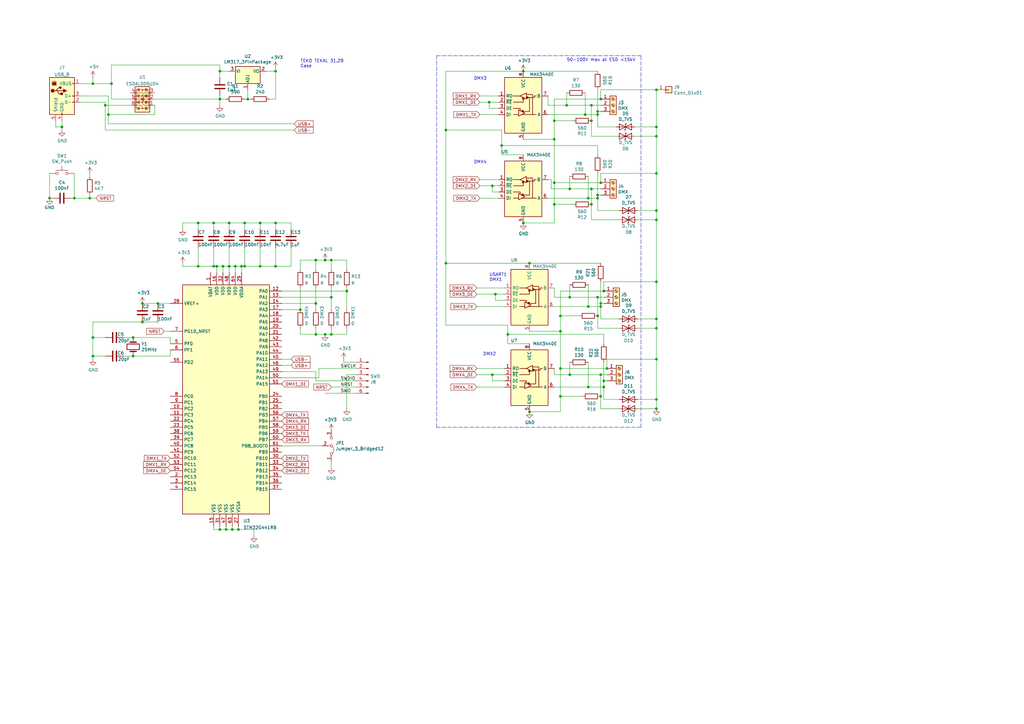
<source format=kicad_sch>
(kicad_sch (version 20211123) (generator eeschema)
  (paper "A3")
  (junction (at 246.38 40.64))
  (junction (at 242.57 83.82))
  (junction (at 229.87 135.89))
  (junction (at 245.11 45.72))
  (junction (at 242.57 43.18))
  (junction (at 38.1 138.43))
  (junction (at 95.25 217.17))
  (junction (at 227.33 49.53))
  (junction (at 247.65 158.75))
  (junction (at 45.72 34.29))
  (junction (at 247.65 156.21))
  (junction (at 90.17 29.21))
  (junction (at 246.38 153.67))
  (junction (at 245.11 81.28))
  (junction (at 269.24 71.12))
  (junction (at 93.98 109.22))
  (junction (at 241.3 158.75))
  (junction (at 96.52 109.22))
  (junction (at 142.24 119.38))
  (junction (at 269.24 90.17))
  (junction (at 64.77 124.46))
  (junction (at 242.57 49.53))
  (junction (at 245.11 121.92))
  (junction (at 203.2 120.65))
  (junction (at 241.3 125.73))
  (junction (at 214.63 91.44))
  (junction (at 106.68 109.22))
  (junction (at 269.24 36.83))
  (junction (at 241.3 81.28))
  (junction (at 30.48 81.28))
  (junction (at 38.1 146.05))
  (junction (at 233.68 77.47))
  (junction (at 129.54 124.46))
  (junction (at 113.03 91.44))
  (junction (at 182.88 107.95))
  (junction (at 229.87 151.13))
  (junction (at 113.03 109.22))
  (junction (at 135.89 137.16))
  (junction (at 227.33 83.82))
  (junction (at 269.24 147.32))
  (junction (at 93.98 91.44))
  (junction (at 87.63 91.44))
  (junction (at 227.33 74.93))
  (junction (at 269.24 55.88))
  (junction (at 245.11 46.99))
  (junction (at 269.24 163.83))
  (junction (at 92.71 217.17))
  (junction (at 133.35 137.16))
  (junction (at 123.19 127))
  (junction (at 201.93 153.67))
  (junction (at 229.87 129.54))
  (junction (at 81.28 109.22))
  (junction (at 200.66 41.91))
  (junction (at 97.79 217.17))
  (junction (at 248.92 151.13))
  (junction (at 20.32 81.28))
  (junction (at 58.42 132.08))
  (junction (at 269.24 86.36))
  (junction (at 269.24 167.64))
  (junction (at 99.06 109.22))
  (junction (at 113.03 29.21))
  (junction (at 205.74 59.69))
  (junction (at 240.03 46.99))
  (junction (at 91.44 109.22))
  (junction (at 81.28 91.44))
  (junction (at 182.88 53.34))
  (junction (at 201.93 76.2))
  (junction (at 90.17 40.64))
  (junction (at 269.24 115.57))
  (junction (at 54.61 146.05))
  (junction (at 246.38 74.93))
  (junction (at 246.38 162.56))
  (junction (at 217.17 168.91))
  (junction (at 100.33 109.22))
  (junction (at 129.54 106.68))
  (junction (at 135.89 121.92))
  (junction (at 88.9 109.22))
  (junction (at 133.35 106.68))
  (junction (at 229.87 162.56))
  (junction (at 233.68 153.67))
  (junction (at 54.61 138.43))
  (junction (at 233.68 121.92))
  (junction (at 227.33 57.15))
  (junction (at 232.41 43.18))
  (junction (at 101.6 40.64))
  (junction (at 208.28 137.16))
  (junction (at 90.17 217.17))
  (junction (at 217.17 107.95))
  (junction (at 44.45 46.99))
  (junction (at 100.33 91.44))
  (junction (at 36.83 81.28))
  (junction (at 246.38 125.73))
  (junction (at 38.1 34.29))
  (junction (at 245.11 80.01))
  (junction (at 245.11 129.54))
  (junction (at 269.24 130.81))
  (junction (at 135.89 106.68))
  (junction (at 106.68 91.44))
  (junction (at 58.42 124.46))
  (junction (at 25.4 52.07))
  (junction (at 247.65 119.38))
  (junction (at 269.24 52.07))
  (junction (at 214.63 29.21))
  (junction (at 43.18 43.18))
  (junction (at 87.63 109.22))
  (junction (at 269.24 134.62))
  (junction (at 129.54 137.16))
  (junction (at 242.57 77.47))
  (junction (at 246.38 124.46))
  (wire (pts (xy 196.85 73.66) (xy 204.47 73.66)))
  (wire (pts (xy 135.89 189.23) (xy 135.89 191.77)))
  (wire (pts (xy 245.11 86.36) (xy 245.11 81.28)))
  (wire (pts (xy 247.65 119.38) (xy 247.65 115.57)))
  (wire (pts (xy 261.62 167.64) (xy 269.24 167.64)))
  (wire (pts (xy 246.38 43.18) (xy 242.57 43.18)))
  (wire (pts (xy 196.85 41.91) (xy 200.66 41.91)))
  (wire (pts (xy 113.03 40.64) (xy 113.03 29.21)))
  (wire (pts (xy 245.11 46.99) (xy 245.11 45.72)))
  (wire (pts (xy 229.87 129.54) (xy 229.87 135.89)))
  (wire (pts (xy 43.18 138.43) (xy 38.1 138.43)))
  (wire (pts (xy 106.68 109.22) (xy 100.33 109.22)))
  (wire (pts (xy 93.98 109.22) (xy 96.52 109.22)))
  (wire (pts (xy 233.68 72.39) (xy 233.68 77.47)))
  (wire (pts (xy 96.52 109.22) (xy 96.52 111.76)))
  (wire (pts (xy 229.87 151.13) (xy 248.92 151.13)))
  (wire (pts (xy 260.35 52.07) (xy 269.24 52.07)))
  (wire (pts (xy 227.33 74.93) (xy 227.33 57.15)))
  (wire (pts (xy 146.05 158.75) (xy 135.89 158.75)))
  (wire (pts (xy 38.1 138.43) (xy 38.1 146.05)))
  (wire (pts (xy 205.74 59.69) (xy 245.11 59.69)))
  (wire (pts (xy 119.38 91.44) (xy 119.38 93.98)))
  (wire (pts (xy 146.05 148.59) (xy 140.97 148.59)))
  (wire (pts (xy 43.18 43.18) (xy 43.18 53.34)))
  (wire (pts (xy 135.89 137.16) (xy 133.35 137.16)))
  (wire (pts (xy 54.61 146.05) (xy 50.8 146.05)))
  (wire (pts (xy 233.68 116.84) (xy 233.68 121.92)))
  (wire (pts (xy 242.57 49.53) (xy 242.57 43.18)))
  (wire (pts (xy 227.33 121.92) (xy 227.33 118.11)))
  (wire (pts (xy 245.11 36.83) (xy 245.11 45.72)))
  (wire (pts (xy 100.33 109.22) (xy 99.06 109.22)))
  (wire (pts (xy 81.28 101.6) (xy 81.28 109.22)))
  (wire (pts (xy 123.19 118.11) (xy 123.19 127)))
  (wire (pts (xy 261.62 86.36) (xy 269.24 86.36)))
  (wire (pts (xy 269.24 86.36) (xy 269.24 90.17)))
  (wire (pts (xy 63.5 40.64) (xy 90.17 40.64)))
  (wire (pts (xy 135.89 110.49) (xy 135.89 106.68)))
  (wire (pts (xy 100.33 101.6) (xy 100.33 109.22)))
  (wire (pts (xy 246.38 71.12) (xy 246.38 74.93)))
  (wire (pts (xy 195.58 158.75) (xy 207.01 158.75)))
  (wire (pts (xy 115.57 127) (xy 123.19 127)))
  (wire (pts (xy 242.57 77.47) (xy 233.68 77.47)))
  (wire (pts (xy 247.65 163.83) (xy 247.65 158.75)))
  (wire (pts (xy 200.66 44.45) (xy 200.66 41.91)))
  (wire (pts (xy 115.57 124.46) (xy 129.54 124.46)))
  (wire (pts (xy 245.11 134.62) (xy 245.11 129.54)))
  (wire (pts (xy 245.11 59.69) (xy 245.11 63.5)))
  (wire (pts (xy 195.58 151.13) (xy 207.01 151.13)))
  (wire (pts (xy 203.2 123.19) (xy 203.2 120.65)))
  (wire (pts (xy 123.19 110.49) (xy 123.19 106.68)))
  (wire (pts (xy 129.54 118.11) (xy 129.54 124.46)))
  (wire (pts (xy 104.14 217.17) (xy 97.79 217.17)))
  (wire (pts (xy 69.85 143.51) (xy 69.85 146.05)))
  (wire (pts (xy 269.24 52.07) (xy 269.24 55.88)))
  (wire (pts (xy 81.28 91.44) (xy 87.63 91.44)))
  (wire (pts (xy 245.11 121.92) (xy 233.68 121.92)))
  (wire (pts (xy 81.28 91.44) (xy 81.28 93.98)))
  (wire (pts (xy 227.33 74.93) (xy 246.38 74.93)))
  (wire (pts (xy 208.28 137.16) (xy 208.28 133.35)))
  (wire (pts (xy 38.1 31.75) (xy 38.1 34.29)))
  (wire (pts (xy 25.4 49.53) (xy 25.4 52.07)))
  (wire (pts (xy 67.31 135.89) (xy 69.85 135.89)))
  (wire (pts (xy 245.11 52.07) (xy 245.11 46.99)))
  (wire (pts (xy 64.77 124.46) (xy 69.85 124.46)))
  (wire (pts (xy 146.05 161.29) (xy 133.35 161.29)))
  (wire (pts (xy 113.03 109.22) (xy 106.68 109.22)))
  (wire (pts (xy 115.57 154.94) (xy 130.81 154.94)))
  (wire (pts (xy 246.38 36.83) (xy 269.24 36.83)))
  (wire (pts (xy 229.87 151.13) (xy 229.87 135.89)))
  (wire (pts (xy 130.81 154.94) (xy 130.81 151.13)))
  (wire (pts (xy 93.98 91.44) (xy 93.98 93.98)))
  (wire (pts (xy 25.4 52.07) (xy 22.86 52.07)))
  (wire (pts (xy 254 134.62) (xy 245.11 134.62)))
  (wire (pts (xy 44.45 46.99) (xy 63.5 46.99)))
  (wire (pts (xy 90.17 29.21) (xy 93.98 29.21)))
  (wire (pts (xy 129.54 134.62) (xy 129.54 137.16)))
  (wire (pts (xy 64.77 132.08) (xy 58.42 132.08)))
  (wire (pts (xy 196.85 46.99) (xy 204.47 46.99)))
  (wire (pts (xy 269.24 134.62) (xy 269.24 147.32)))
  (wire (pts (xy 241.3 158.75) (xy 247.65 158.75)))
  (wire (pts (xy 227.33 49.53) (xy 227.33 57.15)))
  (wire (pts (xy 99.06 109.22) (xy 99.06 111.76)))
  (wire (pts (xy 87.63 109.22) (xy 88.9 109.22)))
  (wire (pts (xy 101.6 40.64) (xy 102.87 40.64)))
  (wire (pts (xy 119.38 109.22) (xy 113.03 109.22)))
  (wire (pts (xy 269.24 55.88) (xy 269.24 71.12)))
  (wire (pts (xy 142.24 118.11) (xy 142.24 119.38)))
  (wire (pts (xy 87.63 91.44) (xy 87.63 93.98)))
  (wire (pts (xy 252.73 52.07) (xy 245.11 52.07)))
  (wire (pts (xy 115.57 119.38) (xy 142.24 119.38)))
  (wire (pts (xy 204.47 78.74) (xy 201.93 78.74)))
  (wire (pts (xy 142.24 106.68) (xy 142.24 110.49)))
  (wire (pts (xy 113.03 91.44) (xy 119.38 91.44)))
  (wire (pts (xy 101.6 40.64) (xy 100.33 40.64)))
  (wire (pts (xy 227.33 40.64) (xy 227.33 49.53)))
  (wire (pts (xy 254 86.36) (xy 245.11 86.36)))
  (wire (pts (xy 233.68 121.92) (xy 227.33 121.92)))
  (wire (pts (xy 182.88 29.21) (xy 182.88 53.34)))
  (wire (pts (xy 135.89 118.11) (xy 135.89 121.92)))
  (wire (pts (xy 227.33 158.75) (xy 241.3 158.75)))
  (wire (pts (xy 201.93 78.74) (xy 201.93 76.2)))
  (wire (pts (xy 30.48 81.28) (xy 29.21 81.28)))
  (wire (pts (xy 129.54 137.16) (xy 133.35 137.16)))
  (wire (pts (xy 217.17 168.91) (xy 229.87 168.91)))
  (wire (pts (xy 135.89 106.68) (xy 133.35 106.68)))
  (wire (pts (xy 208.28 133.35) (xy 182.88 133.35)))
  (wire (pts (xy 246.38 71.12) (xy 269.24 71.12)))
  (wire (pts (xy 233.68 77.47) (xy 226.06 77.47)))
  (wire (pts (xy 90.17 26.67) (xy 90.17 29.21)))
  (wire (pts (xy 248.92 153.67) (xy 246.38 153.67)))
  (wire (pts (xy 196.85 39.37) (xy 204.47 39.37)))
  (polyline (pts (xy 179.07 22.86) (xy 262.89 22.86)))
  (wire (pts (xy 100.33 91.44) (xy 100.33 93.98)))
  (wire (pts (xy 214.63 63.5) (xy 205.74 63.5)))
  (wire (pts (xy 25.4 52.07) (xy 25.4 53.34)))
  (wire (pts (xy 38.1 132.08) (xy 38.1 138.43)))
  (wire (pts (xy 123.19 106.68) (xy 129.54 106.68)))
  (wire (pts (xy 246.38 115.57) (xy 246.38 124.46)))
  (wire (pts (xy 182.88 53.34) (xy 182.88 107.95)))
  (wire (pts (xy 248.92 147.32) (xy 248.92 151.13)))
  (wire (pts (xy 182.88 107.95) (xy 182.88 133.35)))
  (wire (pts (xy 242.57 90.17) (xy 242.57 83.82)))
  (wire (pts (xy 135.89 134.62) (xy 135.89 137.16)))
  (wire (pts (xy 224.79 43.18) (xy 224.79 39.37)))
  (wire (pts (xy 205.74 63.5) (xy 205.74 59.69)))
  (wire (pts (xy 269.24 71.12) (xy 269.24 86.36)))
  (wire (pts (xy 87.63 91.44) (xy 93.98 91.44)))
  (wire (pts (xy 252.73 55.88) (xy 242.57 55.88)))
  (wire (pts (xy 90.17 43.18) (xy 90.17 40.64)))
  (wire (pts (xy 241.3 81.28) (xy 245.11 81.28)))
  (wire (pts (xy 269.24 147.32) (xy 269.24 163.83)))
  (wire (pts (xy 30.48 81.28) (xy 36.83 81.28)))
  (wire (pts (xy 87.63 101.6) (xy 87.63 109.22)))
  (wire (pts (xy 88.9 109.22) (xy 91.44 109.22)))
  (wire (pts (xy 214.63 57.15) (xy 227.33 57.15)))
  (polyline (pts (xy 262.89 22.86) (xy 262.89 175.26)))
  (wire (pts (xy 203.2 120.65) (xy 207.01 120.65)))
  (wire (pts (xy 69.85 138.43) (xy 69.85 140.97)))
  (wire (pts (xy 45.72 26.67) (xy 90.17 26.67)))
  (wire (pts (xy 142.24 167.64) (xy 142.24 153.67)))
  (wire (pts (xy 36.83 72.39) (xy 36.83 71.12)))
  (wire (pts (xy 254 167.64) (xy 246.38 167.64)))
  (wire (pts (xy 240.03 38.1) (xy 240.03 46.99)))
  (wire (pts (xy 245.11 80.01) (xy 246.38 80.01)))
  (wire (pts (xy 261.62 130.81) (xy 269.24 130.81)))
  (wire (pts (xy 96.52 109.22) (xy 99.06 109.22)))
  (wire (pts (xy 92.71 40.64) (xy 90.17 40.64)))
  (wire (pts (xy 195.58 118.11) (xy 207.01 118.11)))
  (wire (pts (xy 135.89 137.16) (xy 142.24 137.16)))
  (wire (pts (xy 269.24 163.83) (xy 269.24 167.64)))
  (wire (pts (xy 43.18 146.05) (xy 38.1 146.05)))
  (wire (pts (xy 92.71 217.17) (xy 92.71 215.9)))
  (wire (pts (xy 33.02 34.29) (xy 38.1 34.29)))
  (wire (pts (xy 224.79 46.99) (xy 240.03 46.99)))
  (wire (pts (xy 115.57 152.4) (xy 129.54 152.4)))
  (wire (pts (xy 254 163.83) (xy 247.65 163.83)))
  (wire (pts (xy 229.87 119.38) (xy 229.87 129.54)))
  (wire (pts (xy 93.98 109.22) (xy 93.98 111.76)))
  (polyline (pts (xy 179.07 175.26) (xy 179.07 22.86)))
  (wire (pts (xy 104.14 219.71) (xy 104.14 217.17)))
  (wire (pts (xy 58.42 124.46) (xy 64.77 124.46)))
  (wire (pts (xy 241.3 72.39) (xy 241.3 81.28)))
  (wire (pts (xy 269.24 90.17) (xy 261.62 90.17)))
  (wire (pts (xy 123.19 137.16) (xy 129.54 137.16)))
  (wire (pts (xy 74.93 107.95) (xy 74.93 109.22)))
  (wire (pts (xy 201.93 156.21) (xy 207.01 156.21)))
  (wire (pts (xy 140.97 148.59) (xy 140.97 147.32)))
  (wire (pts (xy 246.38 153.67) (xy 233.68 153.67)))
  (wire (pts (xy 115.57 149.86) (xy 119.38 149.86)))
  (wire (pts (xy 246.38 130.81) (xy 246.38 125.73)))
  (wire (pts (xy 142.24 134.62) (xy 142.24 137.16)))
  (wire (pts (xy 247.65 148.59) (xy 247.65 156.21)))
  (wire (pts (xy 234.95 49.53) (xy 227.33 49.53)))
  (wire (pts (xy 38.1 146.05) (xy 38.1 147.32)))
  (wire (pts (xy 93.98 101.6) (xy 93.98 109.22)))
  (wire (pts (xy 247.65 156.21) (xy 247.65 158.75)))
  (wire (pts (xy 242.57 55.88) (xy 242.57 49.53)))
  (wire (pts (xy 247.65 121.92) (xy 245.11 121.92)))
  (wire (pts (xy 229.87 119.38) (xy 247.65 119.38)))
  (wire (pts (xy 247.65 137.16) (xy 247.65 140.97)))
  (wire (pts (xy 269.24 55.88) (xy 260.35 55.88)))
  (wire (pts (xy 254 90.17) (xy 242.57 90.17)))
  (wire (pts (xy 205.74 59.69) (xy 205.74 53.34)))
  (wire (pts (xy 106.68 91.44) (xy 113.03 91.44)))
  (wire (pts (xy 237.49 129.54) (xy 229.87 129.54)))
  (wire (pts (xy 45.72 40.64) (xy 53.34 40.64)))
  (wire (pts (xy 233.68 153.67) (xy 227.33 153.67)))
  (wire (pts (xy 43.18 43.18) (xy 53.34 43.18)))
  (wire (pts (xy 119.38 101.6) (xy 119.38 109.22)))
  (wire (pts (xy 227.33 83.82) (xy 227.33 91.44)))
  (wire (pts (xy 74.93 109.22) (xy 81.28 109.22)))
  (wire (pts (xy 50.8 138.43) (xy 54.61 138.43)))
  (wire (pts (xy 269.24 36.83) (xy 269.24 52.07)))
  (wire (pts (xy 227.33 74.93) (xy 227.33 83.82)))
  (wire (pts (xy 88.9 109.22) (xy 88.9 111.76)))
  (wire (pts (xy 214.63 29.21) (xy 245.11 29.21)))
  (wire (pts (xy 246.38 124.46) (xy 246.38 125.73)))
  (wire (pts (xy 208.28 140.97) (xy 208.28 137.16)))
  (wire (pts (xy 69.85 146.05) (xy 54.61 146.05)))
  (wire (pts (xy 21.59 81.28) (xy 20.32 81.28)))
  (wire (pts (xy 74.93 91.44) (xy 81.28 91.44)))
  (wire (pts (xy 261.62 163.83) (xy 269.24 163.83)))
  (wire (pts (xy 241.3 125.73) (xy 246.38 125.73)))
  (wire (pts (xy 195.58 120.65) (xy 203.2 120.65)))
  (wire (pts (xy 214.63 91.44) (xy 227.33 91.44)))
  (wire (pts (xy 201.93 76.2) (xy 204.47 76.2)))
  (wire (pts (xy 196.85 76.2) (xy 201.93 76.2)))
  (wire (pts (xy 115.57 121.92) (xy 135.89 121.92)))
  (wire (pts (xy 245.11 45.72) (xy 246.38 45.72)))
  (wire (pts (xy 246.38 167.64) (xy 246.38 162.56)))
  (wire (pts (xy 232.41 43.18) (xy 224.79 43.18)))
  (wire (pts (xy 261.62 134.62) (xy 269.24 134.62)))
  (wire (pts (xy 45.72 34.29) (xy 45.72 40.64)))
  (wire (pts (xy 226.06 73.66) (xy 226.06 77.47)))
  (wire (pts (xy 123.19 134.62) (xy 123.19 137.16)))
  (wire (pts (xy 36.83 81.28) (xy 39.37 81.28)))
  (wire (pts (xy 130.81 151.13) (xy 146.05 151.13)))
  (wire (pts (xy 240.03 46.99) (xy 245.11 46.99)))
  (wire (pts (xy 135.89 106.68) (xy 142.24 106.68)))
  (wire (pts (xy 58.42 132.08) (xy 38.1 132.08)))
  (wire (pts (xy 227.33 125.73) (xy 241.3 125.73)))
  (wire (pts (xy 33.02 39.37) (xy 44.45 39.37)))
  (wire (pts (xy 54.61 138.43) (xy 69.85 138.43)))
  (wire (pts (xy 254 130.81) (xy 246.38 130.81)))
  (wire (pts (xy 44.45 50.8) (xy 120.65 50.8)))
  (wire (pts (xy 90.17 39.37) (xy 90.17 40.64)))
  (wire (pts (xy 269.24 130.81) (xy 269.24 134.62)))
  (wire (pts (xy 227.33 153.67) (xy 227.33 151.13)))
  (wire (pts (xy 229.87 151.13) (xy 229.87 162.56)))
  (wire (pts (xy 113.03 91.44) (xy 113.03 93.98)))
  (wire (pts (xy 95.25 217.17) (xy 95.25 215.9)))
  (wire (pts (xy 205.74 53.34) (xy 182.88 53.34)))
  (wire (pts (xy 129.54 152.4) (xy 129.54 156.21)))
  (wire (pts (xy 224.79 81.28) (xy 241.3 81.28)))
  (wire (pts (xy 217.17 140.97) (xy 208.28 140.97)))
  (wire (pts (xy 208.28 137.16) (xy 247.65 137.16)))
  (wire (pts (xy 142.24 153.67) (xy 146.05 153.67)))
  (wire (pts (xy 135.89 121.92) (xy 135.89 127)))
  (wire (pts (xy 242.57 77.47) (xy 242.57 83.82)))
  (wire (pts (xy 91.44 109.22) (xy 93.98 109.22)))
  (wire (pts (xy 22.86 52.07) (xy 22.86 49.53)))
  (wire (pts (xy 113.03 27.94) (xy 113.03 29.21)))
  (wire (pts (xy 101.6 36.83) (xy 101.6 40.64)))
  (wire (pts (xy 242.57 43.18) (xy 232.41 43.18)))
  (wire (pts (xy 245.11 80.01) (xy 245.11 71.12)))
  (wire (pts (xy 241.3 148.59) (xy 241.3 158.75)))
  (wire (pts (xy 238.76 162.56) (xy 229.87 162.56)))
  (wire (pts (xy 246.38 40.64) (xy 246.38 36.83)))
  (wire (pts (xy 269.24 90.17) (xy 269.24 115.57)))
  (wire (pts (xy 30.48 71.12) (xy 30.48 81.28)))
  (wire (pts (xy 182.88 29.21) (xy 214.63 29.21)))
  (wire (pts (xy 142.24 119.38) (xy 142.24 127)))
  (wire (pts (xy 90.17 217.17) (xy 87.63 217.17)))
  (wire (pts (xy 106.68 91.44) (xy 106.68 93.98)))
  (wire (pts (xy 232.41 38.1) (xy 232.41 43.18)))
  (wire (pts (xy 97.79 217.17) (xy 95.25 217.17)))
  (wire (pts (xy 227.33 40.64) (xy 246.38 40.64)))
  (wire (pts (xy 241.3 116.84) (xy 241.3 125.73)))
  (wire (pts (xy 115.57 147.32) (xy 119.38 147.32)))
  (wire (pts (xy 129.54 106.68) (xy 133.35 106.68)))
  (wire (pts (xy 207.01 153.67) (xy 201.93 153.67)))
  (wire (pts (xy 43.18 41.91) (xy 33.02 41.91)))
  (wire (pts (xy 129.54 124.46) (xy 129.54 127)))
  (wire (pts (xy 245.11 129.54) (xy 245.11 121.92)))
  (wire (pts (xy 196.85 81.28) (xy 204.47 81.28)))
  (wire (pts (xy 43.18 41.91) (xy 43.18 43.18)))
  (wire (pts (xy 224.79 73.66) (xy 226.06 73.66)))
  (wire (pts (xy 229.87 162.56) (xy 229.87 168.91)))
  (polyline (pts (xy 262.89 175.26) (xy 179.07 175.26)))
  (wire (pts (xy 106.68 101.6) (xy 106.68 109.22)))
  (wire (pts (xy 36.83 80.01) (xy 36.83 81.28)))
  (wire (pts (xy 217.17 107.95) (xy 246.38 107.95)))
  (wire (pts (xy 63.5 43.18) (xy 63.5 46.99)))
  (wire (pts (xy 201.93 153.67) (xy 201.93 156.21)))
  (wire (pts (xy 246.38 77.47) (xy 242.57 77.47)))
  (wire (pts (xy 43.18 53.34) (xy 120.65 53.34)))
  (wire (pts (xy 246.38 124.46) (xy 247.65 124.46)))
  (wire (pts (xy 217.17 107.95) (xy 182.88 107.95)))
  (wire (pts (xy 91.44 109.22) (xy 91.44 111.76)))
  (wire (pts (xy 204.47 44.45) (xy 200.66 44.45)))
  (wire (pts (xy 195.58 153.67) (xy 201.93 153.67)))
  (wire (pts (xy 233.68 148.59) (xy 233.68 153.67)))
  (wire (pts (xy 110.49 40.64) (xy 113.03 40.64)))
  (wire (pts (xy 234.95 83.82) (xy 227.33 83.82)))
  (wire (pts (xy 97.79 217.17) (xy 97.79 215.9)))
  (wire (pts (xy 100.33 91.44) (xy 106.68 91.44)))
  (wire (pts (xy 81.28 109.22) (xy 87.63 109.22)))
  (wire (pts (xy 115.57 182.88) (xy 132.08 182.88)))
  (wire (pts (xy 87.63 217.17) (xy 87.63 215.9)))
  (wire (pts (xy 129.54 156.21) (xy 146.05 156.21)))
  (wire (pts (xy 92.71 217.17) (xy 90.17 217.17)))
  (wire (pts (xy 129.54 106.68) (xy 129.54 110.49)))
  (wire (pts (xy 269.24 115.57) (xy 269.24 130.81)))
  (wire (pts (xy 246.38 162.56) (xy 246.38 153.67)))
  (wire (pts (xy 90.17 217.17) (xy 90.17 215.9)))
  (wire (pts (xy 195.58 125.73) (xy 207.01 125.73)))
  (wire (pts (xy 90.17 31.75) (xy 90.17 29.21)))
  (wire (pts (xy 38.1 34.29) (xy 45.72 34.29)))
  (wire (pts (xy 45.72 34.29) (xy 45.72 26.67)))
  (wire (pts (xy 95.25 217.17) (xy 92.71 217.17)))
  (wire (pts (xy 207.01 123.19) (xy 203.2 123.19)))
  (wire (pts (xy 200.66 41.91) (xy 204.47 41.91)))
  (wire (pts (xy 44.45 46.99) (xy 44.45 50.8)))
  (wire (pts (xy 44.45 39.37) (xy 44.45 46.99)))
  (wire (pts (xy 247.65 156.21) (xy 248.92 156.21)))
  (wire (pts (xy 113.03 29.21) (xy 109.22 29.21)))
  (wire (pts (xy 74.93 93.98) (xy 74.93 91.44)))
  (wire (pts (xy 245.11 81.28) (xy 245.11 80.01)))
  (wire (pts (xy 20.32 81.28) (xy 20.32 71.12)))
  (wire (pts (xy 93.98 91.44) (xy 100.33 91.44)))
  (wire (pts (xy 247.65 115.57) (xy 269.24 115.57)))
  (wire (pts (xy 113.03 101.6) (xy 113.03 109.22)))
  (wire (pts (xy 248.92 147.32) (xy 269.24 147.32)))
  (wire (pts (xy 217.17 135.89) (xy 229.87 135.89)))
  (text "USART1\nDMX1" (at 200.66 115.57 0) (effects (font (size 1.27 1.27)) (justify left bottom)))
  (text "50-100V max at ESD <15kV" (at 232.41 25.4 0) (effects (font (size 1.27 1.27)) (justify left bottom)))
  (text "TEKO TEKAL 31.29\nCase" (at 123.19 27.94 0) (effects (font (size 1.27 1.27)) (justify left bottom)))
  (text "DMX4" (at 194.31 67.31 0) (effects (font (size 1.27 1.27)) (justify left bottom)))
  (text "DMX2" (at 198.12 146.05 0) (effects (font (size 1.27 1.27)) (justify left bottom)))
  (text "DMX3" (at 194.31 33.02 0) (effects (font (size 1.27 1.27)) (justify left bottom)))
  (label "SWO" (at 139.7 161.29 0))
  (label "SWCLK" (at 139.7 151.13 0))
  (label "SWDIO" (at 139.7 156.21 0))
  (label "NRST" (at 139.7 158.75 0))
  (global_label "NRST" (shape input) (at 67.31 135.89 180) (property "Intersheet References" "${INTERSHEET_REFS}" (effects hide)))
  (global_label "DMX1_TX" (shape input) (at 69.85 187.96 180) (property "Intersheet References" "${INTERSHEET_REFS}" (effects hide)))
  (global_label "USB-" (shape input) (at 120.65 53.34 0) (property "Intersheet References" "${INTERSHEET_REFS}" (effects hide)))
  (global_label "DMX1_TX" (shape input) (at 196.85 46.99 180) (property "Intersheet References" "${INTERSHEET_REFS}" (effects hide)))
  (global_label "DMX2_RX" (shape input) (at 115.57 190.5 0) (property "Intersheet References" "${INTERSHEET_REFS}" (effects hide)))
  (global_label "USB+" (shape input) (at 120.65 50.8 0) (property "Intersheet References" "${INTERSHEET_REFS}" (effects hide)))
  (global_label "DMX2_DE" (shape input) (at 196.85 76.2 180) (property "Intersheet References" "${INTERSHEET_REFS}" (effects hide)))
  (global_label "DMX4_RX" (shape input) (at 195.58 151.13 180) (property "Intersheet References" "${INTERSHEET_REFS}" (effects hide)))
  (global_label "DMX3_RX" (shape input) (at 115.57 180.34 0) (property "Intersheet References" "${INTERSHEET_REFS}" (effects hide)))
  (global_label "DMX1_RX" (shape input) (at 69.85 190.5 180) (property "Intersheet References" "${INTERSHEET_REFS}" (effects hide)))
  (global_label "DMX4_DE" (shape input) (at 195.58 153.67 180) (property "Intersheet References" "${INTERSHEET_REFS}" (effects hide)))
  (global_label "USB+" (shape input) (at 119.38 149.86 0) (property "Intersheet References" "${INTERSHEET_REFS}" (effects hide)))
  (global_label "DMX2_RX" (shape input) (at 196.85 73.66 180) (property "Intersheet References" "${INTERSHEET_REFS}" (effects hide)))
  (global_label "DMX3_TX" (shape input) (at 195.58 125.73 180) (property "Intersheet References" "${INTERSHEET_REFS}" (effects hide)))
  (global_label "NRST" (shape input) (at 39.37 81.28 0) (property "Intersheet References" "${INTERSHEET_REFS}" (effects hide)))
  (global_label "USB-" (shape input) (at 119.38 147.32 0) (property "Intersheet References" "${INTERSHEET_REFS}" (effects hide)))
  (global_label "DMX1_RX" (shape input) (at 196.85 39.37 180) (property "Intersheet References" "${INTERSHEET_REFS}" (effects hide)))
  (global_label "DMX1_DE" (shape input) (at 196.85 41.91 180) (property "Intersheet References" "${INTERSHEET_REFS}" (effects hide)))
  (global_label "DMX2_DE" (shape input) (at 115.57 193.04 0) (property "Intersheet References" "${INTERSHEET_REFS}" (effects hide)))
  (global_label "DMX2_TX" (shape input) (at 115.57 187.96 0) (property "Intersheet References" "${INTERSHEET_REFS}" (effects hide)))
  (global_label "DMX2_TX" (shape input) (at 196.85 81.28 180) (property "Intersheet References" "${INTERSHEET_REFS}" (effects hide)))
  (global_label "DMX4_TX" (shape input) (at 115.57 170.18 0) (property "Intersheet References" "${INTERSHEET_REFS}" (effects hide)))
  (global_label "DMX4_DE" (shape input) (at 69.85 193.04 180) (property "Intersheet References" "${INTERSHEET_REFS}" (effects hide)))
  (global_label "DMX1_DE" (shape input) (at 115.57 157.48 0) (property "Intersheet References" "${INTERSHEET_REFS}" (effects hide)))
  (global_label "DMX3_DE" (shape input) (at 115.57 175.26 0) (property "Intersheet References" "${INTERSHEET_REFS}" (effects hide)))
  (global_label "DMX3_RX" (shape input) (at 195.58 118.11 180) (property "Intersheet References" "${INTERSHEET_REFS}" (effects hide)))
  (global_label "DMX3_DE" (shape input) (at 195.58 120.65 180) (property "Intersheet References" "${INTERSHEET_REFS}" (effects hide)))
  (global_label "NRST" (shape input) (at 135.89 158.75 180) (property "Intersheet References" "${INTERSHEET_REFS}" (effects hide)))
  (global_label "DMX4_RX" (shape input) (at 115.57 172.72 0) (property "Intersheet References" "${INTERSHEET_REFS}" (effects hide)))
  (global_label "DMX3_TX" (shape input) (at 115.57 177.8 0) (property "Intersheet References" "${INTERSHEET_REFS}" (effects hide)))
  (global_label "DMX4_TX" (shape input) (at 195.58 158.75 180) (property "Intersheet References" "${INTERSHEET_REFS}" (effects hide)))
  (symbol (lib_id "Interface_UART:MAX481E") (at 217.17 153.67 0) (unit 1)
    (property "Reference" "U7" (at 210.82 139.7 0))
    (property "Value" "MAX3440E" (at 223.52 140.97 0))
    (property "Footprint" "Package_SO:SOIC-8_3.9x4.9mm_P1.27mm" (effects hide))
    (property "Datasheet" "https://datasheets.maximintegrated.com/en/ds/MAX1487E-MAX491E.pdf" (effects hide))
  )
  (symbol (lib_id "Interface_UART:MAX481E") (at 217.17 120.65 0) (unit 1)
    (property "Reference" "U8" (at 210.82 106.68 0))
    (property "Value" "MAX3440E" (at 223.52 109.22 0))
    (property "Footprint" "Package_SO:SOIC-8_3.9x4.9mm_P1.27mm" (effects hide))
    (property "Datasheet" "https://datasheets.maximintegrated.com/en/ds/MAX1487E-MAX491E.pdf" (effects hide))
  )
  (symbol (lib_id "Interface_UART:MAX481E") (at 214.63 76.2 0) (unit 1)
    (property "Reference" "U5" (at 207.01 62.23 0))
    (property "Value" "MAX3440E" (at 220.98 63.5 0))
    (property "Footprint" "Package_SO:SOIC-8_3.9x4.9mm_P1.27mm" (effects hide))
    (property "Datasheet" "https://datasheets.maximintegrated.com/en/ds/MAX1487E-MAX491E.pdf" (effects hide))
  )
  (symbol (lib_id "Interface_UART:MAX481E") (at 214.63 41.91 0) (unit 1)
    (property "Reference" "U6" (at 208.28 27.94 0))
    (property "Value" "MAX3440E" (at 222.25 30.48 0))
    (property "Footprint" "Package_SO:SOIC-8_3.9x4.9mm_P1.27mm" (effects hide))
    (property "Datasheet" "https://datasheets.maximintegrated.com/en/ds/MAX1487E-MAX491E.pdf" (effects hide))
  )
  (symbol (lib_id "Connector:Screw_Terminal_01x03") (at 254 153.67 0) (unit 1)
    (property "Reference" "J6" (at 256.032 152.6032 0) (effects (justify left)))
    (property "Value" "DMX" (at 256.032 154.9146 0) (effects (justify left)))
    (property "Footprint" "TerminalBlock:TerminalBlock_Altech_AK300-3_P5.00mm" (effects hide))
  )
  (symbol (lib_id "Connector:Screw_Terminal_01x03") (at 252.73 121.92 0) (unit 1)
    (property "Reference" "J5" (at 254.762 120.8532 0) (effects (justify left)))
    (property "Value" "DMX" (at 254.762 123.1646 0) (effects (justify left)))
    (property "Footprint" "TerminalBlock:TerminalBlock_Altech_AK300-3_P5.00mm" (effects hide))
  )
  (symbol (lib_id "Connector:Screw_Terminal_01x03") (at 251.46 77.47 0) (unit 1)
    (property "Reference" "J4" (at 253.492 76.4032 0) (effects (justify left)))
    (property "Value" "DMX" (at 253.492 78.7146 0) (effects (justify left)))
    (property "Footprint" "TerminalBlock:TerminalBlock_Altech_AK300-3_P5.00mm" (effects hide))
  )
  (symbol (lib_id "Connector:Screw_Terminal_01x03") (at 251.46 43.18 0) (unit 1)
    (property "Reference" "J3" (at 253.492 42.1132 0) (effects (justify left)))
    (property "Value" "DMX" (at 253.492 44.4246 0) (effects (justify left)))
    (property "Footprint" "TerminalBlock:TerminalBlock_Altech_AK300-3_P5.00mm" (effects hide))
  )
  (symbol (lib_id "power:GND") (at 25.4 53.34 0) (unit 1)
    (property "Reference" "#PWR0109" (effects hide))
    (property "Value" "GND" (at 25.527 57.7342 0))
  )
  (symbol (lib_id "power:+5V") (at 38.1 31.75 0) (unit 1)
    (property "Reference" "#PWR0110" (effects hide))
    (property "Value" "+5V" (at 38.481 27.3558 0))
  )
  (symbol (lib_id "Regulator_Linear:LM317_3PinPackage") (at 101.6 29.21 0) (unit 1)
    (property "Reference" "U2" (at 101.6 23.0632 0))
    (property "Value" "LM317_3PinPackage" (at 101.6 25.3746 0))
    (property "Footprint" "Package_TO_SOT_THT:TO-220-3_Horizontal_TabDown" (effects hide))
    (property "Datasheet" "http://www.ti.com/lit/ds/symlink/lm317.pdf" (effects hide))
  )
  (symbol (lib_id "Device:C") (at 90.17 35.56 0) (unit 1)
    (property "Reference" "C1" (at 93.091 34.3916 0) (effects (justify left)))
    (property "Value" "1μF" (at 93.091 36.703 0) (effects (justify left)))
    (property "Footprint" "Capacitor_SMD:C_0603_1608Metric_Pad1.08x0.95mm_HandSolder" (effects hide))
  )
  (symbol (lib_id "power:GND") (at 90.17 43.18 0) (unit 1)
    (property "Reference" "#PWR0111" (effects hide))
    (property "Value" "GND" (at 90.297 47.5742 0))
  )
  (symbol (lib_id "Device:R") (at 96.52 40.64 270) (unit 1)
    (property "Reference" "R1" (at 96.52 35.3822 90))
    (property "Value" "390" (at 96.52 37.6936 90))
    (property "Footprint" "Resistor_SMD:R_0805_2012Metric_Pad1.20x1.40mm_HandSolder" (effects hide))
  )
  (symbol (lib_id "Device:R") (at 106.68 40.64 90) (unit 1)
    (property "Reference" "R2" (at 106.68 35.3822 90))
    (property "Value" "240" (at 106.68 37.6936 90))
    (property "Footprint" "Resistor_SMD:R_0805_2012Metric_Pad1.20x1.40mm_HandSolder" (effects hide))
  )
  (symbol (lib_id "power:+3.3V") (at 113.03 27.94 0) (unit 1)
    (property "Reference" "#PWR0112" (effects hide))
    (property "Value" "+3.3V" (at 113.411 23.5458 0))
  )
  (symbol (lib_id "Device:C") (at 81.28 97.79 0) (unit 1)
    (property "Reference" "C7" (at 81.28 95.25 0) (effects (justify left)))
    (property "Value" "100nF" (at 81.28 100.33 0) (effects (justify left)))
    (property "Footprint" "Capacitor_SMD:C_0603_1608Metric_Pad1.08x0.95mm_HandSolder" (effects hide))
  )
  (symbol (lib_id "Device:C") (at 87.63 97.79 0) (unit 1)
    (property "Reference" "C8" (at 87.63 95.25 0) (effects (justify left)))
    (property "Value" "100nF" (at 87.63 100.33 0) (effects (justify left)))
    (property "Footprint" "Capacitor_SMD:C_0603_1608Metric_Pad1.08x0.95mm_HandSolder" (effects hide))
  )
  (symbol (lib_id "Device:C") (at 93.98 97.79 0) (unit 1)
    (property "Reference" "C9" (at 93.98 95.25 0) (effects (justify left)))
    (property "Value" "100nF" (at 93.98 100.33 0) (effects (justify left)))
    (property "Footprint" "Capacitor_SMD:C_0603_1608Metric_Pad1.08x0.95mm_HandSolder" (effects hide))
  )
  (symbol (lib_id "Device:C") (at 100.33 97.79 0) (unit 1)
    (property "Reference" "C10" (at 100.33 95.25 0) (effects (justify left)))
    (property "Value" "100nF" (at 100.33 100.33 0) (effects (justify left)))
    (property "Footprint" "Capacitor_SMD:C_0603_1608Metric_Pad1.08x0.95mm_HandSolder" (effects hide))
  )
  (symbol (lib_id "Device:C") (at 106.68 97.79 0) (unit 1)
    (property "Reference" "C11" (at 106.68 95.25 0) (effects (justify left)))
    (property "Value" "10nF" (at 106.68 100.33 0) (effects (justify left)))
    (property "Footprint" "Capacitor_SMD:C_0603_1608Metric_Pad1.08x0.95mm_HandSolder" (effects hide))
  )
  (symbol (lib_id "Device:C") (at 113.03 97.79 0) (unit 1)
    (property "Reference" "C12" (at 113.03 95.25 0) (effects (justify left)))
    (property "Value" "4.7uF" (at 113.03 100.33 0) (effects (justify left)))
    (property "Footprint" "Capacitor_SMD:C_0603_1608Metric_Pad1.08x0.95mm_HandSolder" (effects hide))
  )
  (symbol (lib_id "Device:C") (at 119.38 97.79 0) (unit 1)
    (property "Reference" "C13" (at 119.38 95.25 0) (effects (justify left)))
    (property "Value" "1uF" (at 119.38 100.33 0) (effects (justify left)))
    (property "Footprint" "Capacitor_SMD:C_0603_1608Metric_Pad1.08x0.95mm_HandSolder" (effects hide))
  )
  (symbol (lib_id "power:+3.3V") (at 74.93 107.95 0) (unit 1)
    (property "Reference" "#PWR0113" (effects hide))
    (property "Value" "+3.3V" (at 75.311 103.5558 0))
  )
  (symbol (lib_id "Device:R") (at 36.83 76.2 0) (unit 1)
    (property "Reference" "R5" (at 38.608 75.0316 0) (effects (justify left)))
    (property "Value" "4K7" (at 38.608 77.343 0) (effects (justify left)))
    (property "Footprint" "Resistor_SMD:R_0805_2012Metric_Pad1.20x1.40mm_HandSolder" (effects hide))
  )
  (symbol (lib_id "power:GND") (at 20.32 81.28 0) (unit 1)
    (property "Reference" "#PWR0114" (effects hide))
    (property "Value" "GND" (at 20.32 85.09 0))
  )
  (symbol (lib_id "Switch:SW_Push") (at 25.4 71.12 0) (unit 1)
    (property "Reference" "SW1" (at 25.4 63.881 0))
    (property "Value" "SW_Push" (at 25.4 66.1924 0))
    (property "Footprint" "Button_Switch_THT:SW_PUSH_6mm" (effects hide))
  )
  (symbol (lib_id "Device:C") (at 25.4 81.28 270) (unit 1)
    (property "Reference" "C4" (at 25.4 74.8792 90))
    (property "Value" "100nF" (at 25.4 77.1906 90))
    (property "Footprint" "Capacitor_SMD:C_0603_1608Metric_Pad1.08x0.95mm_HandSolder" (effects hide))
  )
  (symbol (lib_id "power:GND") (at 74.93 93.98 0) (unit 1)
    (property "Reference" "#PWR0124" (effects hide))
    (property "Value" "GND" (at 75.057 98.3742 0))
  )
  (symbol (lib_id "Jumper:Jumper_3_Bridged12") (at 135.89 182.88 270) (mirror x) (unit 1)
    (property "Reference" "JP1" (at 137.5918 181.7116 90) (effects (justify left)))
    (property "Value" "Jumper_3_Bridged12" (at 137.5918 184.023 90) (effects (justify left)))
    (property "Footprint" "Connector_PinHeader_2.54mm:PinHeader_1x03_P2.54mm_Vertical" (effects hide))
  )
  (symbol (lib_id "power:+3.3V") (at 135.89 176.53 0) (mirror y) (unit 1)
    (property "Reference" "#PWR0115" (effects hide))
    (property "Value" "+3.3V" (at 135.509 172.1358 0))
  )
  (symbol (lib_id "power:GND") (at 135.89 191.77 0) (mirror y) (unit 1)
    (property "Reference" "#PWR0116" (effects hide))
    (property "Value" "GND" (at 135.763 196.1642 0))
  )
  (symbol (lib_id "Device:Crystal") (at 54.61 142.24 270) (unit 1)
    (property "Reference" "Y1" (at 57.9374 141.0716 90) (effects (justify left)))
    (property "Value" "25MHz" (at 57.9374 143.383 90) (effects (justify left)))
    (property "Footprint" "Crystal:Crystal_HC18-U_Vertical" (effects hide))
  )
  (symbol (lib_id "power:GND") (at 104.14 219.71 0) (unit 1)
    (property "Reference" "#PWR0117" (effects hide))
    (property "Value" "GND" (at 104.267 224.1042 0))
  )
  (symbol (lib_id "power:GND") (at 38.1 147.32 0) (unit 1)
    (property "Reference" "#PWR0125" (effects hide))
    (property "Value" "GND" (at 38.227 151.7142 0))
  )
  (symbol (lib_id "Device:C") (at 46.99 146.05 270) (unit 1)
    (property "Reference" "C6" (at 49.53 144.78 90))
    (property "Value" "20pF" (at 50.8 147.32 90))
    (property "Footprint" "Capacitor_SMD:C_0603_1608Metric_Pad1.08x0.95mm_HandSolder" (effects hide))
  )
  (symbol (lib_id "Device:C") (at 46.99 138.43 270) (unit 1)
    (property "Reference" "C5" (at 49.53 137.16 90))
    (property "Value" "20pF" (at 50.8 139.7 90))
    (property "Footprint" "Capacitor_SMD:C_0603_1608Metric_Pad1.08x0.95mm_HandSolder" (effects hide))
  )
  (symbol (lib_id "Connector:Conn_01x06_Male") (at 151.13 153.67 0) (mirror y) (unit 1)
    (property "Reference" "J8" (at 151.8412 156.6672 0) (effects (justify right)))
    (property "Value" "SWD" (at 151.8412 154.3558 0) (effects (justify right)))
    (property "Footprint" "Connector_PinHeader_2.54mm:PinHeader_1x06_P2.54mm_Vertical" (effects hide))
  )
  (symbol (lib_id "power:+3.3V") (at 140.97 147.32 0) (unit 1)
    (property "Reference" "#PWR0107" (effects hide))
    (property "Value" "+3.3V" (at 141.351 142.9258 0))
  )
  (symbol (lib_id "power:GND") (at 142.24 167.64 0) (unit 1)
    (property "Reference" "#PWR0108" (effects hide))
    (property "Value" "GND" (at 142.367 172.0342 0))
  )
  (symbol (lib_id "Connector_Generic:Conn_01x01") (at 274.32 36.83 0) (unit 1)
    (property "Reference" "J9" (at 276.352 35.7632 0) (effects (justify left)))
    (property "Value" "Conn_01x01" (at 276.352 38.0746 0) (effects (justify left)))
    (property "Footprint" "MountingHole:MountingHole_4.3mm_M4_DIN965_Pad" (effects hide))
  )
  (symbol (lib_id "Device:R") (at 247.65 144.78 180) (unit 1)
    (property "Reference" "R22" (at 242.3922 144.78 90))
    (property "Value" "560" (at 244.7036 144.78 90))
    (property "Footprint" "Resistor_SMD:R_0603_1608Metric_Pad0.98x0.95mm_HandSolder" (effects hide))
  )
  (symbol (lib_id "Device:R") (at 242.57 162.56 270) (unit 1)
    (property "Reference" "R16" (at 242.57 167.8178 90))
    (property "Value" "560" (at 242.57 165.5064 90))
    (property "Footprint" "Resistor_SMD:R_0603_1608Metric_Pad0.98x0.95mm_HandSolder" (effects hide))
  )
  (symbol (lib_id "Device:R") (at 246.38 111.76 180) (unit 1)
    (property "Reference" "R21" (at 241.1222 111.76 90))
    (property "Value" "560" (at 243.4336 111.76 90))
    (property "Footprint" "Resistor_SMD:R_0603_1608Metric_Pad0.98x0.95mm_HandSolder" (effects hide))
  )
  (symbol (lib_id "Device:R") (at 241.3 129.54 270) (unit 1)
    (property "Reference" "R15" (at 241.3 134.7978 90))
    (property "Value" "560" (at 241.3 132.4864 90))
    (property "Footprint" "Resistor_SMD:R_0603_1608Metric_Pad0.98x0.95mm_HandSolder" (effects hide))
  )
  (symbol (lib_id "Device:R") (at 238.76 83.82 270) (unit 1)
    (property "Reference" "R12" (at 238.76 89.0778 90))
    (property "Value" "560" (at 238.76 86.7664 90))
    (property "Footprint" "Resistor_SMD:R_0603_1608Metric_Pad0.98x0.95mm_HandSolder" (effects hide))
  )
  (symbol (lib_id "Device:R") (at 245.11 67.31 0) (unit 1)
    (property "Reference" "R20" (at 250.3678 67.31 90))
    (property "Value" "560" (at 248.0564 67.31 90))
    (property "Footprint" "Resistor_SMD:R_0603_1608Metric_Pad0.98x0.95mm_HandSolder" (effects hide))
  )
  (symbol (lib_id "Device:R") (at 238.76 49.53 270) (unit 1)
    (property "Reference" "R11" (at 238.76 54.7878 90))
    (property "Value" "560" (at 238.76 52.4764 90))
    (property "Footprint" "Resistor_SMD:R_0603_1608Metric_Pad0.98x0.95mm_HandSolder" (effects hide))
  )
  (symbol (lib_id "Device:R") (at 245.11 33.02 0) (unit 1)
    (property "Reference" "R19" (at 250.3678 33.02 90))
    (property "Value" "560" (at 248.0564 33.02 90))
    (property "Footprint" "Resistor_SMD:R_0603_1608Metric_Pad0.98x0.95mm_HandSolder" (effects hide))
  )
  (symbol (lib_id "power:GND") (at 217.17 168.91 0) (unit 1)
    (property "Reference" "#PWR0102" (effects hide))
    (property "Value" "GND" (at 217.297 173.3042 0))
  )
  (symbol (lib_id "Device:D_TVS") (at 256.54 52.07 0) (unit 1)
    (property "Reference" "D5" (at 256.54 46.5836 0))
    (property "Value" "D_TVS" (at 256.54 48.895 0))
    (property "Footprint" "Diode_SMD:D_SMA_Handsoldering" (effects hide))
  )
  (symbol (lib_id "Device:D_TVS") (at 257.81 86.36 0) (unit 1)
    (property "Reference" "D7" (at 257.81 80.8736 0))
    (property "Value" "D_TVS" (at 257.81 83.185 0))
    (property "Footprint" "Diode_SMD:D_SMA_Handsoldering" (effects hide))
  )
  (symbol (lib_id "Device:D_TVS") (at 257.81 130.81 0) (unit 1)
    (property "Reference" "D9" (at 257.81 125.3236 0))
    (property "Value" "D_TVS" (at 257.81 127.635 0))
    (property "Footprint" "Diode_SMD:D_SMA_Handsoldering" (effects hide))
  )
  (symbol (lib_id "Device:D_TVS") (at 257.81 163.83 0) (unit 1)
    (property "Reference" "D11" (at 257.81 158.3436 0))
    (property "Value" "D_TVS" (at 257.81 160.655 0))
    (property "Footprint" "Diode_SMD:D_SMA_Handsoldering" (effects hide))
  )
  (symbol (lib_id "Device:D_TVS") (at 256.54 55.88 0) (unit 1)
    (property "Reference" "D6" (at 256.54 60.96 0))
    (property "Value" "D_TVS" (at 256.54 58.42 0))
    (property "Footprint" "Diode_SMD:D_SMA_Handsoldering" (effects hide))
  )
  (symbol (lib_id "Device:D_TVS") (at 257.81 90.17 0) (unit 1)
    (property "Reference" "D8" (at 257.81 95.25 0))
    (property "Value" "D_TVS" (at 257.81 92.71 0))
    (property "Footprint" "Diode_SMD:D_SMA_Handsoldering" (effects hide))
  )
  (symbol (lib_id "Device:D_TVS") (at 257.81 134.62 0) (unit 1)
    (property "Reference" "D10" (at 257.81 139.7 0))
    (property "Value" "D_TVS" (at 257.81 137.16 0))
    (property "Footprint" "Diode_SMD:D_SMA_Handsoldering" (effects hide))
  )
  (symbol (lib_id "Device:D_TVS") (at 257.81 167.64 0) (unit 1)
    (property "Reference" "D12" (at 257.81 172.72 0))
    (property "Value" "D_TVS" (at 257.81 170.18 0))
    (property "Footprint" "Diode_SMD:D_SMA_Handsoldering" (effects hide))
  )
  (symbol (lib_id "Device:R") (at 236.22 38.1 90) (unit 1)
    (property "Reference" "R7" (at 236.22 32.8422 90))
    (property "Value" "130" (at 236.22 35.1536 90))
    (property "Footprint" "Resistor_SMD:R_0603_1608Metric_Pad0.98x0.95mm_HandSolder" (effects hide))
  )
  (symbol (lib_id "Device:R") (at 237.49 72.39 90) (unit 1)
    (property "Reference" "R8" (at 237.49 67.1322 90))
    (property "Value" "130" (at 237.49 69.4436 90))
    (property "Footprint" "Resistor_SMD:R_0603_1608Metric_Pad0.98x0.95mm_HandSolder" (effects hide))
  )
  (symbol (lib_id "Device:R") (at 237.49 116.84 90) (unit 1)
    (property "Reference" "R9" (at 237.49 111.5822 90))
    (property "Value" "130" (at 237.49 113.8936 90))
    (property "Footprint" "Resistor_SMD:R_0603_1608Metric_Pad0.98x0.95mm_HandSolder" (effects hide))
  )
  (symbol (lib_id "Device:R") (at 237.49 148.59 90) (unit 1)
    (property "Reference" "R10" (at 237.49 143.3322 90))
    (property "Value" "130" (at 237.49 145.6436 90))
    (property "Footprint" "Resistor_SMD:R_0603_1608Metric_Pad0.98x0.95mm_HandSolder" (effects hide))
  )
  (symbol (lib_id "Device:R") (at 129.54 130.81 0) (unit 1)
    (property "Reference" "DMX3" (at 132.08 130.81 90) (effects (justify left)))
    (property "Value" "0" (at 131.318 132.6766 0) (effects (justify left)))
    (property "Footprint" "Resistor_SMD:R_0805_2012Metric_Pad1.20x1.40mm_HandSolder" (effects hide))
  )
  (symbol (lib_id "Device:R") (at 135.89 114.3 0) (unit 1)
    (property "Reference" "R6" (at 137.668 113.3915 0) (effects (justify left)))
    (property "Value" "R" (at 137.668 116.1666 0) (effects (justify left)))
    (property "Footprint" "Resistor_SMD:R_0805_2012Metric_Pad1.20x1.40mm_HandSolder" (effects hide))
  )
  (symbol (lib_id "power:GND") (at 269.24 167.64 0) (unit 1)
    (property "Reference" "#PWR0103" (effects hide))
    (property "Value" "GND" (at 269.367 172.0342 0))
  )
  (symbol (lib_id "Device:R") (at 123.19 114.3 0) (unit 1)
    (property "Reference" "R3" (at 124.968 113.3915 0) (effects (justify left)))
    (property "Value" "R" (at 124.968 116.1666 0) (effects (justify left)))
    (property "Footprint" "Resistor_SMD:R_0805_2012Metric_Pad1.20x1.40mm_HandSolder" (effects hide))
  )
  (symbol (lib_id "Power_Protection:NUP4202") (at 58.42 40.64 90) (unit 1)
    (property "Reference" "U1" (at 58.42 31.5935 90))
    (property "Value" "ESDALD05UD4" (at 58.42 34.3686 90))
    (property "Footprint" "Package_TO_SOT_SMD:SOT-23-6_Handsoldering" (effects hide))
    (property "Datasheet" "http://www.onsemi.com/pub_link/Collateral/NUP4202W1-D.PDF" (effects hide))
  )
  (symbol (lib_id "Connector:USB_B") (at 25.4 39.37 0) (unit 1)
    (property "Reference" "J7" (at 25.4 27.7835 0))
    (property "Value" "USB_B" (at 25.4 30.5586 0))
    (property "Footprint" "Connector_USB:USB_B_OST_USB-B1HSxx_Horizontal" (effects hide))
    (property "Datasheet" " ~" (effects hide))
  )
  (symbol (lib_id "power:+3.3V") (at 133.35 106.68 0) (unit 1)
    (property "Reference" "#PWR0104" (effects hide))
    (property "Value" "+3.3V" (at 133.731 102.2858 0))
  )
  (symbol (lib_id "CustomParts:STM32G441RB") (at 92.71 160.02 0) (unit 1)
    (property "Reference" "U3" (at 99.8094 213.6045 0) (effects (justify left)))
    (property "Value" "STM32G441RB" (at 99.8094 216.3796 0) (effects (justify left)))
    (property "Footprint" "Package_QFP:LQFP-64_10x10mm_P0.5mm" (effects hide))
    (property "Datasheet" "https://cdn-reichelt.de/documents/datenblatt/A300/STM32G441XB.pdf" (effects hide))
  )
  (symbol (lib_id "power:GND") (at 133.35 137.16 0) (unit 1)
    (property "Reference" "#PWR0101" (effects hide))
    (property "Value" "GND" (at 133.477 141.5542 0))
  )
  (symbol (lib_id "power:+3.3V") (at 36.83 71.12 0) (unit 1)
    (property "Reference" "#PWR01" (effects hide))
    (property "Value" "+3.3V" (at 37.211 66.7258 0))
  )
  (symbol (lib_id "Device:C") (at 64.77 128.27 0) (unit 1)
    (property "Reference" "C3" (at 64.77 125.73 0) (effects (justify left)))
    (property "Value" "100nF" (at 64.77 130.81 0) (effects (justify left)))
    (property "Footprint" "Capacitor_SMD:C_0603_1608Metric_Pad1.08x0.95mm_HandSolder" (effects hide))
  )
  (symbol (lib_id "power:+3.3V") (at 58.42 124.46 0) (unit 1)
    (property "Reference" "#PWR0106" (effects hide))
    (property "Value" "+3.3V" (at 58.801 120.0658 0))
  )
  (symbol (lib_id "Device:R") (at 129.54 114.3 0) (unit 1)
    (property "Reference" "R4" (at 131.318 113.3915 0) (effects (justify left)))
    (property "Value" "R" (at 131.318 116.1666 0) (effects (justify left)))
    (property "Footprint" "Resistor_SMD:R_0805_2012Metric_Pad1.20x1.40mm_HandSolder" (effects hide))
  )
  (symbol (lib_id "Device:R") (at 123.19 130.81 0) (unit 1)
    (property "Reference" "DMX4" (at 125.73 130.81 90) (effects (justify left)))
    (property "Value" "0" (at 124.968 132.6766 0) (effects (justify left)))
    (property "Footprint" "Resistor_SMD:R_0805_2012Metric_Pad1.20x1.40mm_HandSolder" (effects hide))
  )
  (symbol (lib_id "power:GND") (at 214.63 91.44 0) (unit 1)
    (property "Reference" "#PWR02" (effects hide))
    (property "Value" "GND" (at 214.757 95.8342 0))
  )
  (symbol (lib_id "Device:R") (at 142.24 114.3 0) (unit 1)
    (property "Reference" "R13" (at 144.018 113.3915 0) (effects (justify left)))
    (property "Value" "R" (at 144.018 116.1666 0) (effects (justify left)))
    (property "Footprint" "Resistor_SMD:R_0805_2012Metric_Pad1.20x1.40mm_HandSolder" (effects hide))
  )
  (symbol (lib_id "Device:R") (at 142.24 130.81 0) (unit 1)
    (property "Reference" "DMX1" (at 144.78 130.81 90) (effects (justify left)))
    (property "Value" "0" (at 144.018 132.6766 0) (effects (justify left)))
    (property "Footprint" "Resistor_SMD:R_0805_2012Metric_Pad1.20x1.40mm_HandSolder" (effects hide))
  )
  (symbol (lib_id "power:+3.3V") (at 214.63 29.21 0) (unit 1)
    (property "Reference" "#PWR0105" (effects hide))
    (property "Value" "+3.3V" (at 215.011 24.8158 0))
  )
  (symbol (lib_id "Device:C") (at 58.42 128.27 0) (unit 1)
    (property "Reference" "C2" (at 58.42 125.73 0) (effects (justify left)))
    (property "Value" "1uF" (at 58.42 130.81 0) (effects (justify left)))
    (property "Footprint" "Capacitor_SMD:C_0603_1608Metric_Pad1.08x0.95mm_HandSolder" (effects hide))
  )
  (symbol (lib_id "Device:R") (at 135.89 130.81 0) (unit 1)
    (property "Reference" "DMX2" (at 138.43 130.81 90) (effects (justify left)))
    (property "Value" "0" (at 137.668 132.6766 0) (effects (justify left)))
    (property "Footprint" "Resistor_SMD:R_0805_2012Metric_Pad1.20x1.40mm_HandSolder" (effects hide))
  )
)
</source>
